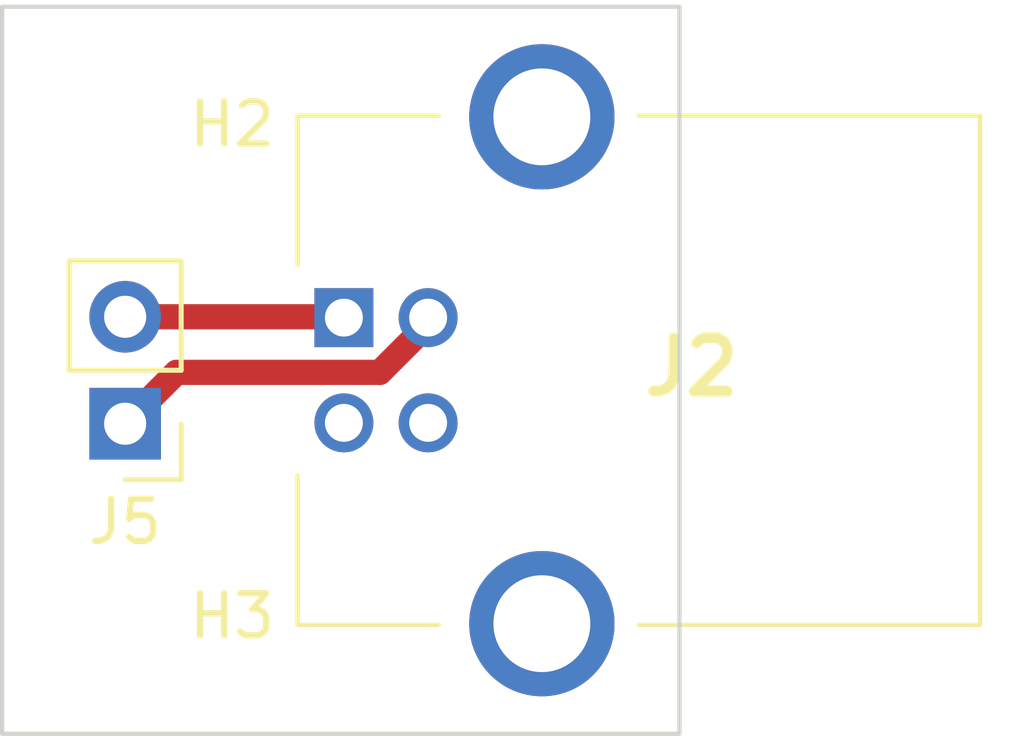
<source format=kicad_pcb>
(kicad_pcb (version 20221018) (generator pcbnew)
  (title_block (title "USB Connector") (date "2024-02-13") (rev "V0"))
  (layers (0 "F.Cu" signal) (31 "B.Cu" signal) (36 "B.SilkS" user "B.Silkscreen") (37 "F.SilkS" user "F.Silkscreen") (38 "B.Mask" user) (39 "F.Mask" user) (44 "Edge.Cuts" user))
  (net 0 "")
  (net 5 "Net-(J2-VBUS)")
  (net 6 "Net-(J2-GND)")
  (footprint "MountingHole:MountingHole_2.5mm" (layer "F.Cu") (at -6.046 -5.892)
    (fp_text reference "H2" (at 2.54 0) (layer "F.SilkS"))
    (fp_text value "MountingHole" hide)
    (pad "" np_thru_hole circle (at 0 0) (size 2.5 2.5) (drill 2.5) (layers "*.Cu" "*.Mask"))
  )
  (footprint "SamacSys_Parts:USBBSFBTHR" (layer "F.Cu") (at -0.854 -1.3 90)
    (fp_text reference "J2" (at -1.174 8.256) (layer "F.SilkS") (effects (font (size 1.27 1.27) (thickness 0.254))))
    (fp_text value "USB-B-S-F-B-TH-R" hide)
    (fp_line (start -7.3 -1.1) (end -7.3 -1.1) (stroke (width 0.1)) (layer "F.SilkS"))
    (fp_line (start -7.3 -1.1) (end -7.3 -1.1) (stroke (width 0.1)) (layer "F.SilkS"))
    (fp_line (start -7.3 -1.1) (end -7.3 2.25) (stroke (width 0.1)) (layer "F.SilkS"))
    (fp_line (start -7.3 -1.1) (end -3.75 -1.1) (stroke (width 0.1)) (layer "F.SilkS"))
    (fp_line (start -7.3 2.25) (end -7.3 -1.1) (stroke (width 0.1)) (layer "F.SilkS"))
    (fp_line (start -7.3 2.25) (end -7.3 2.25) (stroke (width 0.1)) (layer "F.SilkS"))
    (fp_line (start -7.3 7) (end -7.3 7) (stroke (width 0.1)) (layer "F.SilkS"))
    (fp_line (start -7.3 7) (end -7.3 15.1) (stroke (width 0.1)) (layer "F.SilkS"))
    (fp_line (start -7.3 15.1) (end -7.3 7) (stroke (width 0.1)) (layer "F.SilkS"))
    (fp_line (start -7.3 15.1) (end -7.3 15.1) (stroke (width 0.1)) (layer "F.SilkS"))
    (fp_line (start -7.3 15.1) (end -7.3 15.1) (stroke (width 0.1)) (layer "F.SilkS"))
    (fp_line (start -7.3 15.1) (end 4.8 15.1) (stroke (width 0.1)) (layer "F.SilkS"))
    (fp_line (start -3.75 -1.1) (end -7.3 -1.1) (stroke (width 0.1)) (layer "F.SilkS"))
    (fp_line (start -3.75 -1.1) (end -3.75 -1.1) (stroke (width 0.1)) (layer "F.SilkS"))
    (fp_line (start 1.25 -1.1) (end 1.25 -1.1) (stroke (width 0.1)) (layer "F.SilkS"))
    (fp_line (start 1.25 -1.1) (end 4.8 -1.1) (stroke (width 0.1)) (layer "F.SilkS"))
    (fp_line (start 4.8 -1.1) (end 1.25 -1.1) (stroke (width 0.1)) (layer "F.SilkS"))
    (fp_line (start 4.8 -1.1) (end 4.8 -1.1) (stroke (width 0.1)) (layer "F.SilkS"))
    (fp_line (start 4.8 -1.1) (end 4.8 -1.1) (stroke (width 0.1)) (layer "F.SilkS"))
    (fp_line (start 4.8 -1.1) (end 4.8 2.25) (stroke (width 0.1)) (layer "F.SilkS"))
    (fp_line (start 4.8 2.25) (end 4.8 -1.1) (stroke (width 0.1)) (layer "F.SilkS"))
    (fp_line (start 4.8 2.25) (end 4.8 2.25) (stroke (width 0.1)) (layer "F.SilkS"))
    (fp_line (start 4.8 7) (end 4.8 7) (stroke (width 0.1)) (layer "F.SilkS"))
    (fp_line (start 4.8 7) (end 4.8 15.1) (stroke (width 0.1)) (layer "F.SilkS"))
    (fp_line (start 4.8 15.1) (end -7.3 15.1) (stroke (width 0.1)) (layer "F.SilkS"))
    (fp_line (start 4.8 15.1) (end 4.8 7) (stroke (width 0.1)) (layer "F.SilkS"))
    (fp_line (start 4.8 15.1) (end 4.8 15.1) (stroke (width 0.1)) (layer "F.SilkS"))
    (fp_line (start 4.8 15.1) (end 4.8 15.1) (stroke (width 0.1)) (layer "F.SilkS"))
    (pad "1" thru_hole rect (at 0 0 90) (size 1.4 1.4) (drill 0.9) (layers "*.Cu" "*.Mask") (net 5 "Net-(J2-VBUS)"))
    (pad "2" thru_hole circle (at -2.5 0 90) (size 1.4 1.4) (drill 0.9) (layers "*.Cu" "*.Mask"))
    (pad "3" thru_hole circle (at -2.5 2 90) (size 1.4 1.4) (drill 0.9) (layers "*.Cu" "*.Mask"))
    (pad "4" thru_hole circle (at 0 2 90) (size 1.4 1.4) (drill 0.9) (layers "*.Cu" "*.Mask") (net 6 "Net-(J2-GND)"))
    (pad "MH1" thru_hole circle (at 4.77 4.7 90) (size 3.45 3.45) (drill 2.3) (layers "*.Cu" "*.Mask"))
    (pad "MH2" thru_hole circle (at -7.27 4.7 90) (size 3.45 3.45) (drill 2.3) (layers "*.Cu" "*.Mask"))
  )
  (footprint "MountingHole:MountingHole_2.5mm" (layer "F.Cu") (at -6.046 5.792)
    (fp_text reference "H3" (at 2.54 0) (layer "F.SilkS"))
    (fp_text value "MountingHole" hide)
    (pad "" np_thru_hole circle (at 0 0) (size 2.5 2.5) (drill 2.5) (layers "*.Cu" "*.Mask"))
  )
  (footprint "Connector_PinHeader_2.54mm:PinHeader_1x02_P2.54mm_Vertical" (layer "F.Cu") (at -6.046 1.22 180)
    (fp_text reference "J5" (at 0 -2.33) (layer "F.SilkS"))
    (fp_text value "Conn_01x02_Pin" hide)
    (fp_line (start -1.33 -1.33) (end 0 -1.33) (stroke (width 0.12)) (layer "F.SilkS"))
    (fp_line (start -1.33 0) (end -1.33 -1.33) (stroke (width 0.12)) (layer "F.SilkS"))
    (fp_line (start -1.33 1.27) (end -1.33 3.87) (stroke (width 0.12)) (layer "F.SilkS"))
    (fp_line (start -1.33 1.27) (end 1.33 1.27) (stroke (width 0.12)) (layer "F.SilkS"))
    (fp_line (start -1.33 3.87) (end 1.33 3.87) (stroke (width 0.12)) (layer "F.SilkS"))
    (fp_line (start 1.33 1.27) (end 1.33 3.87) (stroke (width 0.12)) (layer "F.SilkS"))
    (pad "1" thru_hole rect (at 0 0 180) (size 1.7 1.7) (drill 1) (layers "*.Cu" "*.Mask") (net 6 "Net-(J2-GND)"))
    (pad "2" thru_hole oval (at 0 2.54 180) (size 1.7 1.7) (drill 1) (layers "*.Cu" "*.Mask") (net 5 "Net-(J2-VBUS)"))
  )
  (gr_poly (pts (xy -8.967 8.586) (xy -8.967 -8.686) (xy 7.112576 -8.686) (xy 7.112576 8.585999)) (stroke (width 0.1)) (fill none) (layer "Edge.Cuts"))
  (segment (start -0.874 -1.32) (end -6.046 -1.32) (width 0.6) (layer "F.Cu") (net 5))
  (segment (start -0.854 -1.3) (end -0.874 -1.32) (width 0.6) (layer "F.Cu") (net 5))
  (segment (start 0 0) (end -4.826 0) (width 0.6) (layer "F.Cu") (net 6))
  (segment (start 1.146 -1.3) (end 1.146 -1.146) (width 0.6) (layer "F.Cu") (net 6))
  (segment (start 1.146 -1.146) (end 0 0) (width 0.6) (layer "F.Cu") (net 6))
  (segment (start -4.826 0) (end -6.046 1.22) (width 0.6) (layer "F.Cu") (net 6))
)
</source>
